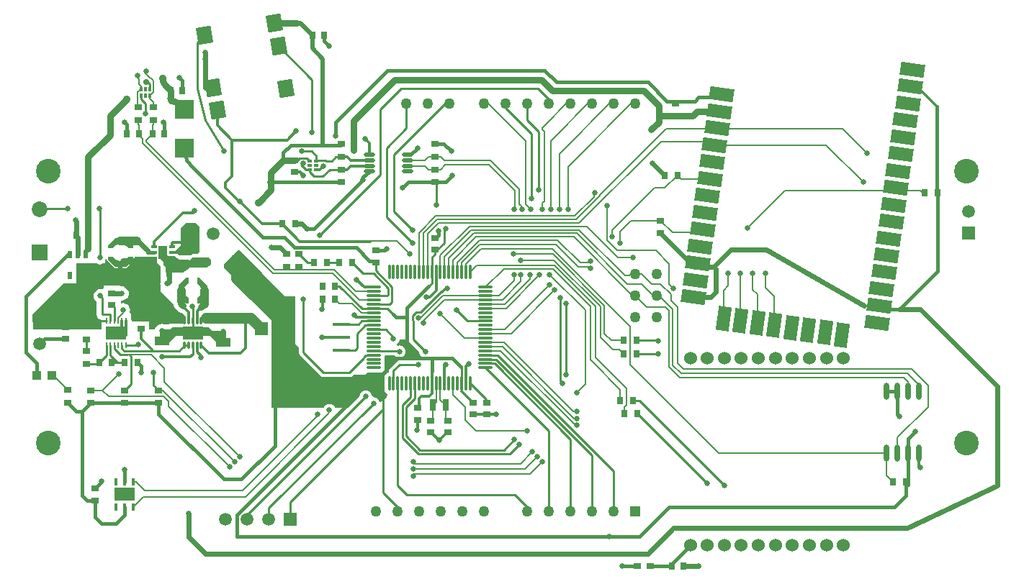
<source format=gtl>
%FSLAX44Y44*%
%MOMM*%
G71*
G01*
G75*
G04 Layer_Physical_Order=1*
G04 Layer_Color=255*
%ADD10C,0.7620*%
G04:AMPARAMS|DCode=11|XSize=2mm|YSize=1.75mm|CornerRadius=0mm|HoleSize=0mm|Usage=FLASHONLY|Rotation=279.640|XOffset=0mm|YOffset=0mm|HoleType=Round|Shape=Rectangle|*
%AMROTATEDRECTD11*
4,1,4,-1.0301,0.8394,0.6952,1.1324,1.0301,-0.8394,-0.6952,-1.1324,-1.0301,0.8394,0.0*
%
%ADD11ROTATEDRECTD11*%

%ADD12R,2.3000X2.3000*%
%ADD13R,0.8000X0.9000*%
%ADD14O,1.7500X0.3000*%
%ADD15R,0.7000X0.9000*%
%ADD16R,0.9000X0.7000*%
%ADD17R,0.9000X0.8000*%
%ADD18R,0.4900X0.3000*%
%ADD19R,0.5200X0.3000*%
%ADD20R,1.7000X1.1000*%
%ADD21C,0.4000*%
%ADD22R,1.0000X1.0000*%
%ADD23R,0.7000X1.4000*%
%ADD24R,0.5500X0.9500*%
%ADD25O,0.2800X0.8500*%
%ADD26R,2.4000X1.6500*%
%ADD27R,0.7000X0.3000*%
%ADD28R,1.0000X1.6000*%
%ADD29R,0.4500X0.8500*%
%ADD30R,2.4000X1.5000*%
%ADD31R,0.8500X0.7000*%
%ADD32O,0.7000X2.0000*%
%ADD33O,1.3500X0.4500*%
%ADD34R,2.0000X0.4000*%
G04:AMPARAMS|DCode=35|XSize=1.524mm|YSize=2.8448mm|CornerRadius=0mm|HoleSize=0mm|Usage=FLASHONLY|Rotation=82.000|XOffset=0mm|YOffset=0mm|HoleType=Round|Shape=Rectangle|*
%AMROTATEDRECTD35*
4,1,4,1.3025,-0.9525,-1.5146,-0.5566,-1.3025,0.9525,1.5146,0.5566,1.3025,-0.9525,0.0*
%
%ADD35ROTATEDRECTD35*%

G04:AMPARAMS|DCode=36|XSize=1.524mm|YSize=2.8448mm|CornerRadius=0mm|HoleSize=0mm|Usage=FLASHONLY|Rotation=352.000|XOffset=0mm|YOffset=0mm|HoleType=Round|Shape=Rectangle|*
%AMROTATEDRECTD36*
4,1,4,-0.9525,-1.3025,-0.5566,1.5146,0.9525,1.3025,0.5566,-1.5146,-0.9525,-1.3025,0.0*
%
%ADD36ROTATEDRECTD36*%

%ADD37O,0.3000X1.7500*%
%ADD38R,0.2500X0.7000*%
%ADD39R,2.3800X1.6500*%
%ADD40R,0.3000X0.4900*%
%ADD41R,0.3000X0.5200*%
%ADD42C,0.1905*%
%ADD43C,0.4064*%
%ADD44C,0.5080*%
%ADD45C,0.2540*%
%ADD46C,0.3048*%
%ADD47C,0.2032*%
%ADD48C,0.6096*%
%ADD49C,1.0160*%
%ADD50C,0.3556*%
%ADD51C,1.2700*%
%ADD52R,0.7000X0.2800*%
%ADD53R,1.5000X1.5000*%
%ADD54C,1.5000*%
%ADD55C,1.8500*%
%ADD56R,1.8500X1.8500*%
%ADD57R,1.5000X1.5000*%
%ADD58C,1.2700*%
%ADD59R,1.2700X1.2700*%
%ADD60C,1.5240*%
%ADD61C,2.9000*%
%ADD62C,0.6350*%
%ADD63C,0.9000*%
%ADD64C,0.7000*%
%ADD65C,0.5000*%
G36*
X-352997Y13369D02*
Y13370D01*
X-352996Y13372D01*
X-352997Y13369D01*
D02*
G37*
G36*
X-374997Y10915D02*
X-374996Y10912D01*
Y10912D01*
X-374998Y10915D01*
X-374998Y10915D01*
X-374999Y10915D01*
X-374997Y10915D01*
D02*
G37*
G36*
Y34575D02*
X-374996Y34572D01*
X-374996D01*
X-375000Y34576D01*
X-374997Y34575D01*
D02*
G37*
G36*
X-378200Y34576D02*
X-378200Y34576D01*
X-374996Y34572D01*
D01*
X-374999Y28236D01*
X-374996Y28232D01*
Y28232D01*
X-374997Y28229D01*
X-374999Y28229D01*
Y28229D01*
X-374998Y28229D01*
X-374999Y28229D01*
Y28236D01*
X-375036Y28296D01*
X-375037Y28295D01*
X-374999Y28229D01*
D01*
X-375042Y28303D01*
X-377129Y26701D01*
X-378732Y24613D01*
X-379739Y22181D01*
X-380083Y19572D01*
X-379739Y16962D01*
X-378732Y14531D01*
X-377129Y12443D01*
X-375042Y10841D01*
X-375021Y10873D01*
X-375021Y10873D01*
X-374998Y10915D01*
X-374996Y10912D01*
X-375000Y4568D01*
D01*
X-378202Y4569D01*
X-378203Y4569D01*
X-387004Y13372D01*
X-387003Y13369D01*
X-387005Y13372D01*
X-387005Y13372D01*
X-387004Y13372D01*
X-387003Y25774D01*
X-387004Y25772D01*
X-387003Y25775D01*
Y25774D01*
X-387003Y25775D01*
X-378200Y34576D01*
X-378203Y34575D01*
X-378200Y34576D01*
X-378200Y34576D01*
D02*
G37*
G36*
X-361800Y4568D02*
X-361800Y4568D01*
X-361797Y4569D01*
X-361800Y4568D01*
D02*
G37*
G36*
X-115769Y-40181D02*
X-114590Y-41946D01*
X-103762Y-52773D01*
X-103573Y-54214D01*
X-102843Y-55975D01*
X-101683Y-57487D01*
X-100171Y-58647D01*
X-99542Y-58908D01*
X-99471Y-59252D01*
X-99987Y-59924D01*
X-101385Y-61080D01*
X-102758Y-60511D01*
X-104648Y-60263D01*
X-106538Y-60511D01*
X-108299Y-61241D01*
X-109452Y-62126D01*
X-126572D01*
X-126738Y-59591D01*
X-125110Y-59377D01*
X-123349Y-58647D01*
X-121837Y-57487D01*
X-120677Y-55975D01*
X-119947Y-54214D01*
X-119699Y-52324D01*
X-119947Y-50434D01*
X-120677Y-48673D01*
X-121837Y-47161D01*
X-123349Y-46001D01*
X-125110Y-45271D01*
X-127000Y-45023D01*
X-128854Y-45267D01*
X-129826Y-42920D01*
X-128949Y-42247D01*
X-127789Y-40735D01*
X-127059Y-38974D01*
X-126987Y-38426D01*
X-116118D01*
X-115769Y-40181D01*
D02*
G37*
G36*
X-261824Y12373D02*
X-249588D01*
Y-42552D01*
X-249089Y-43068D01*
X-245215Y-47068D01*
Y-53340D01*
X-244801Y-55421D01*
X-243622Y-57186D01*
X-220254Y-80554D01*
X-218489Y-81733D01*
X-216408Y-82147D01*
X-185928D01*
X-183847Y-81733D01*
X-182083Y-80554D01*
X-180697Y-79169D01*
X-167431D01*
X-165227Y-76892D01*
X-164440Y-77049D01*
X-149940D01*
X-147769Y-76617D01*
X-145929Y-75388D01*
X-144699Y-73547D01*
X-144267Y-71376D01*
X-144699Y-69205D01*
X-144919Y-68876D01*
X-144699Y-68547D01*
X-144267Y-66376D01*
X-144699Y-64205D01*
X-144919Y-63876D01*
X-144699Y-63547D01*
X-144267Y-61376D01*
X-144699Y-59205D01*
X-144799Y-59055D01*
X-143602Y-56814D01*
X-132679D01*
X-132163Y-57487D01*
X-130651Y-58647D01*
X-128890Y-59377D01*
X-127167Y-59604D01*
X-127084Y-62142D01*
X-129081Y-62540D01*
X-130846Y-63719D01*
X-137786Y-70658D01*
X-138965Y-72423D01*
X-139379Y-74504D01*
Y-76790D01*
X-141111Y-77135D01*
X-142951Y-78365D01*
X-144181Y-80205D01*
X-144613Y-82376D01*
Y-96876D01*
X-144181Y-99047D01*
X-142951Y-100887D01*
X-141152Y-102090D01*
X-141136Y-102241D01*
X-141796Y-105559D01*
X-147011Y-110944D01*
X-150427Y-111394D01*
X-151157Y-109633D01*
X-152317Y-108121D01*
X-153829Y-106961D01*
X-155590Y-106231D01*
X-157480Y-105983D01*
X-159323Y-105156D01*
X-159323Y-105156D01*
Y-105156D01*
X-159323D01*
D01*
X-159571Y-103266D01*
X-160301Y-101505D01*
X-161461Y-99993D01*
X-162973Y-98833D01*
X-164734Y-98103D01*
X-166624Y-97855D01*
X-168514Y-98103D01*
X-170275Y-98833D01*
X-171787Y-99993D01*
X-172947Y-101505D01*
X-173677Y-103266D01*
X-173866Y-104707D01*
X-187523Y-118364D01*
X-202723D01*
X-202973Y-117761D01*
X-204133Y-116249D01*
X-205645Y-115089D01*
X-207406Y-114359D01*
X-209296Y-114111D01*
X-211186Y-114359D01*
X-212947Y-115089D01*
X-214459Y-116249D01*
X-215619Y-117761D01*
X-215869Y-118364D01*
X-277307D01*
Y-9545D01*
X-301779Y15726D01*
X-332994Y45638D01*
Y50279D01*
X-317034Y66761D01*
X-314494D01*
X-261824Y12373D01*
D02*
G37*
G36*
X-374997Y4569D02*
X-375000Y4568D01*
Y4568D01*
X-374996Y4572D01*
X-374997Y4569D01*
D02*
G37*
G36*
X-378202D02*
X-378200Y4568D01*
X-378203Y4569D01*
X-378202D01*
D02*
G37*
G36*
X-365000Y34576D02*
D01*
X-361798Y34575D01*
X-361800Y34576D01*
X-361797Y34575D01*
X-361798D01*
X-361797Y34575D01*
X-352996Y25772D01*
X-352997Y25775D01*
X-352996Y25772D01*
X-352996D01*
X-352996Y25772D01*
Y25772D01*
X-352996Y25772D01*
X-352997Y13370D01*
X-352997Y13369D01*
X-361800Y4568D01*
X-361800Y4568D01*
X-365004Y4572D01*
X-365000Y4568D01*
X-365000D01*
X-365003Y4569D01*
X-365004Y4572D01*
X-365004D01*
D01*
X-365002Y10907D01*
X-365004Y10912D01*
X-365003Y10915D01*
X-365002Y10915D01*
Y10914D01*
X-365002Y10915D01*
X-365002Y10914D01*
Y10907D01*
X-364980Y10873D01*
X-364979Y10873D01*
X-365002Y10914D01*
Y10914D01*
X-364958Y10841D01*
X-362871Y12443D01*
X-361268Y14531D01*
X-360261Y16962D01*
X-359918Y19572D01*
X-360261Y22181D01*
X-361268Y24613D01*
X-362871Y26701D01*
X-364958Y28303D01*
X-364990Y28253D01*
X-364990Y28253D01*
X-365002Y28229D01*
X-365002Y28229D01*
X-365003Y28229D01*
X-365004Y28232D01*
X-365002Y28229D01*
X-365002Y28229D01*
X-365004Y28232D01*
X-365000Y34576D01*
X-365004Y34572D01*
X-365003Y34575D01*
X-365000Y34576D01*
Y34576D01*
D02*
G37*
G36*
X-461200Y81576D02*
X-461200D01*
Y81576D01*
X-461200Y81576D01*
D02*
G37*
G36*
X-362204Y94488D02*
Y65278D01*
X-364490Y62992D01*
X-370078D01*
X-372364Y60706D01*
X-385826D01*
X-388112Y62992D01*
X-397256D01*
X-397438Y65362D01*
X-396576Y66294D01*
X-391160D01*
X-384302Y73152D01*
Y73914D01*
Y93218D01*
X-384048Y93472D01*
X-378206Y99314D01*
X-367030D01*
X-362204Y94488D01*
D02*
G37*
G36*
X-461200Y81576D02*
X-448798Y81575D01*
X-448800Y81576D01*
X-448797Y81575D01*
X-448798D01*
X-448797Y81575D01*
X-439996Y72772D01*
X-439997Y72775D01*
X-439996Y72772D01*
X-439996Y72772D01*
X-439996Y72772D01*
X-440000Y69568D01*
X-439996Y69572D01*
Y69572D01*
X-439997Y69569D01*
X-440000Y69568D01*
Y69568D01*
D01*
X-446336Y69570D01*
X-446340Y69568D01*
X-446343Y69569D01*
X-446343Y69570D01*
X-446342D01*
X-446269Y69614D01*
X-447871Y71701D01*
X-449959Y73304D01*
X-452391Y74311D01*
X-455000Y74654D01*
X-457610Y74311D01*
X-460041Y73304D01*
X-462129Y71701D01*
X-463731Y69614D01*
X-463681Y69582D01*
X-463681Y69582D01*
X-463657Y69570D01*
X-463657Y69570D01*
X-463657Y69569D01*
X-463660Y69568D01*
X-463657Y69570D01*
X-463657Y69570D01*
X-463660Y69568D01*
X-470004Y69572D01*
X-470000Y69568D01*
X-470003Y69569D01*
X-470004Y69572D01*
X-470004D01*
D01*
X-470003Y72774D01*
X-470004Y72772D01*
X-470003Y72775D01*
Y72774D01*
X-470003Y72775D01*
X-461200Y81576D01*
X-461203Y81575D01*
X-461200Y81576D01*
X-461200Y81576D01*
D02*
G37*
G36*
X-446343Y59574D02*
X-446343Y59574D01*
X-446340Y59576D01*
X-439996Y59572D01*
D01*
X-439997Y56370D01*
X-439996Y56372D01*
X-439997Y56369D01*
Y56370D01*
X-439997Y56369D01*
X-448800Y47568D01*
X-448797Y47569D01*
X-448800Y47568D01*
X-448800Y47568D01*
X-448800Y47568D01*
X-461202Y47569D01*
X-461200Y47568D01*
X-461203Y47569D01*
X-461202D01*
X-461203Y47569D01*
X-470004Y56371D01*
X-470003Y56369D01*
X-470004Y56372D01*
X-470004Y56371D01*
X-470004Y56372D01*
X-470000Y59576D01*
X-470004Y59572D01*
X-470003Y59575D01*
X-470000Y59576D01*
Y59576D01*
D01*
X-463664Y59573D01*
X-463660Y59576D01*
X-463660D01*
X-463657Y59575D01*
X-463657Y59573D01*
X-463658D01*
X-463731Y59530D01*
X-462129Y57443D01*
X-460041Y55840D01*
X-457610Y54833D01*
X-455000Y54489D01*
X-452391Y54833D01*
X-449959Y55840D01*
X-447871Y57443D01*
X-446269Y59530D01*
X-446301Y59551D01*
X-446301Y59551D01*
X-446343Y59574D01*
X-446343Y59573D01*
X-446343Y59575D01*
X-446340Y59576D01*
X-446340D01*
X-446343Y59574D01*
D02*
G37*
G36*
X-398526Y60233D02*
X-391414D01*
X-386080Y55936D01*
X-374650D01*
X-374142Y55527D01*
X-370840Y58187D01*
X-351028D01*
X-350012Y57369D01*
X-348234Y55936D01*
Y50412D01*
X-353314Y46320D01*
X-373888D01*
X-376428Y44274D01*
X-381254Y40386D01*
X-402082D01*
Y47547D01*
X-404622Y49593D01*
Y50821D01*
Y53686D01*
X-409168Y57347D01*
Y58618D01*
X-408940Y58801D01*
X-405892D01*
X-401320Y62484D01*
X-398526Y60233D01*
D02*
G37*
G36*
X-412242Y52578D02*
X-408178Y48514D01*
Y44196D01*
Y29192D01*
X-408376Y27686D01*
X-408178Y26180D01*
Y18288D01*
X-392717Y2827D01*
X-392631Y2173D01*
X-391735Y11D01*
X-390311Y-1847D01*
X-387594Y-4563D01*
X-385737Y-5987D01*
X-383636Y-6858D01*
X-382778D01*
X-378714Y-10922D01*
X-381000Y-13208D01*
Y-19812D01*
X-396494D01*
X-397097Y-19209D01*
X-397613Y-19422D01*
X-398882Y-20396D01*
X-403042D01*
X-404245Y-19898D01*
X-406400Y-19614D01*
X-408555Y-19898D01*
X-410563Y-20729D01*
X-412288Y-22053D01*
X-413611Y-23777D01*
X-414443Y-25785D01*
X-414526Y-26416D01*
X-421204D01*
Y-17708D01*
X-421640Y-17272D01*
Y-16700D01*
X-440364D01*
Y-16700D01*
X-441817D01*
X-442089Y-16428D01*
X-442316Y-14704D01*
X-442420Y-14453D01*
Y-7848D01*
X-442677D01*
X-444088Y-5736D01*
X-444077Y-5711D01*
X-443794Y-3556D01*
X-444077Y-1401D01*
X-444909Y607D01*
X-446232Y2332D01*
X-447957Y3655D01*
X-449965Y4487D01*
X-452120Y4770D01*
X-453510Y4587D01*
X-453977Y4996D01*
Y7536D01*
X-453510Y7946D01*
X-453390Y7930D01*
X-451235Y8213D01*
X-449227Y9045D01*
X-447503Y10368D01*
X-446179Y12093D01*
X-445348Y14101D01*
X-445064Y16256D01*
X-445348Y18411D01*
X-446179Y20419D01*
X-447503Y22143D01*
X-449227Y23467D01*
X-451235Y24299D01*
X-453390Y24582D01*
X-453752Y24534D01*
X-455420Y24754D01*
Y25652D01*
X-474580D01*
Y22947D01*
X-476490Y21273D01*
X-478536Y21542D01*
X-480691Y21258D01*
X-482699Y20427D01*
X-484424Y19103D01*
X-485747Y17379D01*
X-486579Y15371D01*
X-486862Y13216D01*
X-486579Y11061D01*
X-485747Y9053D01*
X-484424Y7329D01*
X-483224Y6408D01*
Y-8678D01*
X-482732Y-11156D01*
X-481328Y-13256D01*
X-479228Y-14660D01*
X-476980Y-15107D01*
Y-17098D01*
X-476980D01*
Y-26416D01*
X-557276D01*
X-558546Y-8890D01*
X-521914Y27742D01*
X-506670D01*
Y47402D01*
X-506730D01*
Y51308D01*
X-483086D01*
X-481453Y50631D01*
X-479298Y50348D01*
X-477143Y50631D01*
X-475510Y51308D01*
X-472948D01*
Y56179D01*
X-471892Y56884D01*
X-471653Y56785D01*
X-471653Y56374D01*
X-471653Y56373D01*
X-471654Y56372D01*
X-471561Y56147D01*
X-471586Y55907D01*
X-471586Y55906D01*
X-471580Y55898D01*
X-471581Y55889D01*
X-471580Y55886D01*
X-471531Y55826D01*
X-471531Y55748D01*
X-471530Y55745D01*
X-471297Y55509D01*
X-471172Y55207D01*
X-471171Y55207D01*
X-471171Y55205D01*
X-471170Y55205D01*
X-462370Y46403D01*
X-462369Y46403D01*
X-462135Y46306D01*
X-461975Y46111D01*
X-461974Y46111D01*
X-461973Y46111D01*
X-461973Y46110D01*
X-461970Y46109D01*
X-461887Y46101D01*
X-461827Y46042D01*
X-461824Y46041D01*
X-461500Y46042D01*
X-461203Y45919D01*
X-461203D01*
X-448802Y45919D01*
X-448800Y45918D01*
X-448766Y45932D01*
X-448731Y45919D01*
X-448466Y46042D01*
X-448176Y46041D01*
X-448173Y46042D01*
X-448119Y46096D01*
X-448042Y46102D01*
X-448039Y46104D01*
X-447872Y46302D01*
X-447634Y46401D01*
Y46401D01*
D01*
X-447634Y46401D01*
D01*
D01*
X-447633Y46402D01*
Y46402D01*
X-438831Y55202D01*
X-438831Y55203D01*
X-438734Y55437D01*
X-438540Y55598D01*
X-438539Y55598D01*
X-438539Y55599D01*
X-438539Y55599D01*
X-438537Y55602D01*
X-438530Y55685D01*
X-438470Y55745D01*
X-438469Y55748D01*
X-438470Y56072D01*
X-438348Y56369D01*
Y56369D01*
X-438347Y59436D01*
X-412242D01*
Y52578D01*
D02*
G37*
G36*
X-439997Y59575D02*
X-439996Y59572D01*
X-439996D01*
X-440000Y59576D01*
X-439997Y59575D01*
D02*
G37*
%LPC*%
G36*
X-463657Y59574D02*
X-463658Y59573D01*
X-463664D01*
X-463724Y59536D01*
X-463723Y59535D01*
X-463658Y59573D01*
D01*
X-463657Y59574D01*
D02*
G37*
G36*
X-446301Y69593D02*
X-446342Y69570D01*
X-446342D01*
X-446343Y69570D01*
X-446342Y69570D01*
X-446336D01*
X-446301Y69592D01*
X-446301Y69593D01*
D02*
G37*
%LPD*%
D10*
X-405356Y269268D02*
G03*
X-401764Y260596I12264J0D01*
G01*
X-396276Y245581D02*
G03*
X-395000Y242500I4357J0D01*
G01*
X-386465Y238964D02*
G03*
X-395000Y242500I-8536J-8536D01*
G01*
X-320136Y57500D02*
X-312500D01*
X-321056Y58420D02*
X-320136Y57500D01*
X-180848Y219152D02*
X-132500Y267500D01*
X-180848Y184658D02*
Y219152D01*
X-273934Y334480D02*
X-247500D01*
X-396276Y245581D02*
Y255108D01*
X-401764Y260596D02*
X-396276Y255108D01*
X-386464Y238964D02*
X-380000Y232500D01*
X-467500Y225412D02*
X-448028Y244884D01*
X-467500Y202500D02*
Y225412D01*
X-493000Y177000D02*
X-467500Y202500D01*
X-493000Y84572D02*
Y177000D01*
X-132500Y267500D02*
X40000D01*
X160000Y255000D02*
X177740Y237260D01*
X52500Y255000D02*
X160000D01*
X223017Y230517D02*
X249079D01*
X218000Y225500D02*
X223017Y230517D01*
X197500Y225500D02*
X218000D01*
X177740Y225000D02*
Y237260D01*
Y217872D02*
Y225000D01*
X178240Y225500D01*
X197500D01*
X168656Y208788D02*
X177740Y217872D01*
X40000Y267500D02*
X52500Y255000D01*
X-360172Y-165D02*
X-356538Y3469D01*
X-493000Y68794D02*
Y84572D01*
X-278130Y147072D02*
Y158496D01*
Y137922D02*
Y147072D01*
X-292862Y123190D02*
X-278130Y137922D01*
X-383970Y4494D02*
X-381254Y1778D01*
X-263510Y173116D02*
X-249936D01*
X-278130Y158496D02*
X-263510Y173116D01*
X-264200Y-25428D02*
Y-23836D01*
X-321056Y33020D02*
X-264200Y-23836D01*
X-321056Y33020D02*
Y58420D01*
X-451792Y54572D02*
X-419000D01*
D11*
X-345622Y257894D02*
D03*
X-341268Y232261D02*
D03*
X-356255Y320497D02*
D03*
X-260873Y257581D02*
D03*
X-269329Y307368D02*
D03*
X-273934Y334480D02*
D03*
D12*
X-380000Y187500D02*
D03*
Y232500D02*
D03*
D13*
X-433404Y204012D02*
D03*
X-417404Y204012D02*
D03*
X-203000Y9572D02*
D03*
X-217000D02*
D03*
X-203000Y25000D02*
D03*
X-217000D02*
D03*
X-215500Y320000D02*
D03*
X-229500D02*
D03*
X-382276Y255108D02*
D03*
X-396276D02*
D03*
X-507000Y84572D02*
D03*
X-493000D02*
D03*
X-398000Y39572D02*
D03*
X-412000D02*
D03*
X-447404Y204012D02*
D03*
X-403404Y204012D02*
D03*
X207000Y-305000D02*
D03*
X193000D02*
D03*
D14*
X-157190Y8624D02*
D03*
Y18624D02*
D03*
Y-71376D02*
D03*
Y-61376D02*
D03*
Y-66376D02*
D03*
Y-46376D02*
D03*
Y-51376D02*
D03*
Y-56376D02*
D03*
Y-26376D02*
D03*
Y-16376D02*
D03*
Y-21376D02*
D03*
Y-41376D02*
D03*
Y-31376D02*
D03*
Y-36376D02*
D03*
Y3624D02*
D03*
Y13624D02*
D03*
Y-11376D02*
D03*
Y-1376D02*
D03*
Y-6376D02*
D03*
Y23624D02*
D03*
X-25690Y-56376D02*
D03*
Y-46376D02*
D03*
Y-51376D02*
D03*
Y-71376D02*
D03*
Y-61376D02*
D03*
Y-66376D02*
D03*
Y-36376D02*
D03*
Y-41376D02*
D03*
Y-31376D02*
D03*
Y-11376D02*
D03*
Y-1376D02*
D03*
Y-6376D02*
D03*
Y-26376D02*
D03*
Y-16376D02*
D03*
Y-21376D02*
D03*
Y8624D02*
D03*
Y13624D02*
D03*
Y3624D02*
D03*
Y23624D02*
D03*
Y18624D02*
D03*
D15*
X-249548Y98044D02*
D03*
X-264548D02*
D03*
X-227500Y52500D02*
D03*
X-212500D02*
D03*
X-182500D02*
D03*
X-197500D02*
D03*
X152788Y-125476D02*
D03*
X137788D02*
D03*
X147708Y-110236D02*
D03*
X132708D02*
D03*
X136772Y-55372D02*
D03*
X151772D02*
D03*
X136772Y-39116D02*
D03*
X151772D02*
D03*
X453628Y-205740D02*
D03*
X468628D02*
D03*
X505340Y134620D02*
D03*
X490340D02*
D03*
X-465000Y-65428D02*
D03*
X-480000D02*
D03*
X185000Y155000D02*
D03*
X200000D02*
D03*
X-435000Y-65428D02*
D03*
X-450000D02*
D03*
D16*
X-260000Y62500D02*
D03*
Y47500D02*
D03*
X-85000Y162072D02*
D03*
Y147072D02*
D03*
X-85000Y177072D02*
D03*
Y192072D02*
D03*
X-195000Y177072D02*
D03*
Y192072D02*
D03*
X-195000Y162072D02*
D03*
Y147072D02*
D03*
X-416532Y220112D02*
D03*
Y235112D02*
D03*
X-430784Y-25280D02*
D03*
Y-10280D02*
D03*
X-517144Y-112656D02*
D03*
Y-97656D02*
D03*
X-410000Y-97928D02*
D03*
Y-112928D02*
D03*
X-450000Y-97928D02*
D03*
Y-112928D02*
D03*
X-490000Y-97928D02*
D03*
Y-112928D02*
D03*
X-495300Y-66428D02*
D03*
Y-51428D02*
D03*
X-433804Y220112D02*
D03*
Y235112D02*
D03*
X180000Y102072D02*
D03*
Y87072D02*
D03*
X-495000Y-37928D02*
D03*
Y-22928D02*
D03*
X-245000Y62500D02*
D03*
Y47500D02*
D03*
D17*
X-155000Y52572D02*
D03*
Y66572D02*
D03*
X-85000Y81572D02*
D03*
Y67572D02*
D03*
X-105664Y-132476D02*
D03*
Y-118476D02*
D03*
X-24384Y-112380D02*
D03*
Y-126380D02*
D03*
X-40640Y-126380D02*
D03*
Y-112380D02*
D03*
X-249936Y159116D02*
D03*
Y173116D02*
D03*
X-520000Y-37428D02*
D03*
Y-23428D02*
D03*
X-485000Y-213428D02*
D03*
Y-227428D02*
D03*
X-90000Y-147428D02*
D03*
Y-133428D02*
D03*
X197500Y239500D02*
D03*
Y225500D02*
D03*
X-70000Y-147428D02*
D03*
Y-133428D02*
D03*
X-465000Y16572D02*
D03*
Y2572D02*
D03*
X-378206Y50404D02*
D03*
Y64404D02*
D03*
D18*
X-224750Y172132D02*
D03*
Y167132D02*
D03*
Y162132D02*
D03*
X-232450D02*
D03*
Y167132D02*
D03*
D19*
Y172132D02*
D03*
D20*
X-406400Y-39408D02*
D03*
Y-12408D02*
D03*
X-334264Y-41440D02*
D03*
Y-14440D02*
D03*
D21*
X-356538Y19572D02*
D03*
X-383208D02*
D03*
X-455000Y51364D02*
D03*
Y78034D02*
D03*
D22*
X-553076Y-80772D02*
D03*
X-536076D02*
D03*
D23*
X-87500Y-115428D02*
D03*
X-72500D02*
D03*
D24*
X-514500Y37572D02*
D03*
X-495500D02*
D03*
X-514500Y61572D02*
D03*
X-505000D02*
D03*
X-495500D02*
D03*
D25*
X-380000Y-45178D02*
D03*
X-375000Y-15678D02*
D03*
X-380000D02*
D03*
X-370000Y-45178D02*
D03*
X-360000D02*
D03*
X-365000D02*
D03*
X-375000D02*
D03*
X-370000Y-15678D02*
D03*
X-365000D02*
D03*
X-360000D02*
D03*
D26*
X-370000Y-30428D02*
D03*
D27*
X-415500Y58072D02*
D03*
Y64572D02*
D03*
Y71072D02*
D03*
X-394500Y58072D02*
D03*
Y64572D02*
D03*
Y71072D02*
D03*
D28*
X-405000Y64572D02*
D03*
D29*
X-460000Y-234928D02*
D03*
Y-205928D02*
D03*
X-450000Y-234928D02*
D03*
X-440000D02*
D03*
X-450000Y-205928D02*
D03*
X-440000D02*
D03*
D30*
X-450000Y-220428D02*
D03*
D31*
X152250Y-305000D02*
D03*
X167750D02*
D03*
D32*
X471350Y-171678D02*
D03*
X445950D02*
D03*
X458650D02*
D03*
X484050D02*
D03*
X445950Y-99178D02*
D03*
X458650D02*
D03*
X471350D02*
D03*
X484050D02*
D03*
D33*
X-162250Y159822D02*
D03*
Y172822D02*
D03*
Y166322D02*
D03*
Y179322D02*
D03*
X-117750Y159822D02*
D03*
Y166322D02*
D03*
Y179322D02*
D03*
Y172822D02*
D03*
D34*
X-195000Y-35428D02*
D03*
Y-50428D02*
D03*
Y-20428D02*
D03*
D35*
X218360Y11939D02*
D03*
X221153Y31810D02*
D03*
X223946Y51681D02*
D03*
X226738Y71551D02*
D03*
X229531Y91422D02*
D03*
X232323Y111293D02*
D03*
X235116Y131164D02*
D03*
X237909Y151034D02*
D03*
X240701Y170905D02*
D03*
X243494Y190776D02*
D03*
X246287Y210646D02*
D03*
X249079Y230517D02*
D03*
X251872Y250388D02*
D03*
X434423Y-18427D02*
D03*
X437215Y1444D02*
D03*
X440008Y21315D02*
D03*
X442801Y41186D02*
D03*
X445593Y61056D02*
D03*
X448386Y80927D02*
D03*
X451179Y100798D02*
D03*
X453971Y120669D02*
D03*
X456764Y140539D02*
D03*
X459557Y160410D02*
D03*
X462349Y180281D02*
D03*
X465142Y200152D02*
D03*
X467935Y220022D02*
D03*
X470727Y239893D02*
D03*
X473520Y259764D02*
D03*
X476313Y279634D02*
D03*
D36*
X273958Y-15881D02*
D03*
X313699Y-21467D02*
D03*
X293828Y-18674D02*
D03*
X254087Y-13089D02*
D03*
X393182Y-32637D02*
D03*
X333570Y-24259D02*
D03*
X373311Y-29844D02*
D03*
X353440Y-27052D02*
D03*
D37*
X-138940Y-89626D02*
D03*
X-133940D02*
D03*
X-118940D02*
D03*
X-128940D02*
D03*
X-123940D02*
D03*
X-103940D02*
D03*
X-113940D02*
D03*
X-108940D02*
D03*
X-133940Y41874D02*
D03*
X-128940D02*
D03*
X-123940D02*
D03*
X-138940D02*
D03*
X-108940D02*
D03*
X-103940D02*
D03*
X-118940D02*
D03*
X-113940D02*
D03*
X-58940Y-89626D02*
D03*
X-68940D02*
D03*
X-63940D02*
D03*
X-43940D02*
D03*
X-53940D02*
D03*
X-48940D02*
D03*
X-88940D02*
D03*
X-98940D02*
D03*
X-93940D02*
D03*
X-73940D02*
D03*
X-83940D02*
D03*
X-78940D02*
D03*
X-98940Y41874D02*
D03*
X-93940D02*
D03*
X-88940D02*
D03*
X-83940D02*
D03*
X-68940D02*
D03*
X-78940D02*
D03*
X-73940D02*
D03*
X-53940D02*
D03*
X-63940D02*
D03*
X-58940D02*
D03*
X-48940D02*
D03*
X-43940D02*
D03*
D38*
X-471250Y-44428D02*
D03*
X-466750D02*
D03*
X-471250Y-16428D02*
D03*
X-466750D02*
D03*
X-462250Y-44428D02*
D03*
X-457750D02*
D03*
X-453250D02*
D03*
X-448750D02*
D03*
X-462250Y-16428D02*
D03*
X-457750D02*
D03*
X-453250D02*
D03*
X-448750D02*
D03*
D39*
X-460000Y-30428D02*
D03*
D40*
X-430676Y249162D02*
D03*
Y256862D02*
D03*
X-420676Y249162D02*
D03*
X-425676D02*
D03*
Y256862D02*
D03*
D41*
X-420676D02*
D03*
D42*
X-427500Y277500D02*
X-426247Y276250D01*
X-422920Y272932D01*
X-245000Y43810D02*
X-203810D01*
X-273810D02*
X-245000D01*
X-203810D02*
X-178624Y18624D01*
X-205388Y40000D02*
X-174012Y8624D01*
X-157190D01*
X-435000Y272500D02*
X-433476Y267475D01*
Y262524D02*
Y267475D01*
Y262524D02*
X-430676Y259724D01*
Y256862D02*
Y259724D01*
X-433404Y202588D02*
X-428810Y197994D01*
X-433404Y202588D02*
Y204012D01*
X-433804Y214895D02*
X-433404Y214494D01*
X-433804Y214895D02*
Y220112D01*
X-433404Y204012D02*
Y214494D01*
X-416532Y214895D02*
Y220112D01*
X-417404Y214023D02*
X-416532Y214895D01*
X-417404Y204012D02*
Y214023D01*
X-178624Y18624D02*
X-157190D01*
X-428810Y193422D02*
Y197994D01*
Y193422D02*
X-275388Y40000D01*
X-425000Y196416D02*
X-417404Y204012D01*
X-425000Y195000D02*
Y196416D01*
X-275388Y40000D02*
X-205388D01*
X-425000Y195000D02*
X-273810Y43810D01*
X-422920Y272932D02*
X-416699Y266712D01*
Y253138D02*
Y266712D01*
X-420676Y249162D02*
X-416699Y253138D01*
X-432942Y254596D02*
X-430676Y256862D01*
X-433412Y254596D02*
X-432942D01*
X-435160Y252848D02*
X-433412Y254596D01*
X-435160Y245476D02*
Y252848D01*
X-435034Y242402D02*
Y245349D01*
Y242402D02*
X-434652Y242020D01*
Y237760D02*
Y242020D01*
X-435160Y245476D02*
X-435034Y245349D01*
X-434652Y237760D02*
X-433404Y236512D01*
X-416404D02*
Y241676D01*
X-416612D02*
X-416404D01*
X-420676Y245740D02*
X-416612Y241676D01*
X-420676Y245740D02*
Y249162D01*
D43*
X-215500Y313000D02*
X-210000Y307500D01*
X-215500Y313000D02*
Y320000D01*
X-141108Y278892D02*
X43608D01*
X-202184Y201676D02*
Y217816D01*
X-141108Y278892D01*
X-217500Y190822D02*
X-196250D01*
X-254694D02*
X-217500D01*
X-380000Y187500D02*
X-377500Y172500D01*
X-370000Y164572D01*
X-177500Y70000D02*
X-162072Y54572D01*
X-250000Y70000D02*
X-177500D01*
X-157000Y54572D02*
X-155000Y52572D01*
X-162072Y54572D02*
X-157000D01*
X-262500Y82500D02*
X-250000Y70000D01*
X-287500Y82500D02*
X-262500D01*
X-300000Y95000D02*
X-287500Y82500D01*
X-404340Y217452D02*
X-403404Y216516D01*
X187500Y242500D02*
X220000D01*
X225000Y247500D01*
X237500D01*
X245000Y255000D01*
X165000Y265000D02*
X187500Y242500D01*
X57500Y265000D02*
X165000D01*
X43608Y278892D02*
X57500Y265000D01*
X120000Y-270000D02*
X155000D01*
X-318008D02*
X120000D01*
X135000Y-305000D02*
X152250D01*
X167750D02*
X167750Y-305000D01*
X193000D01*
Y-302000D01*
X215000Y-280000D01*
X190000Y-235000D02*
X455000D01*
X155000Y-270000D02*
X190000Y-235000D01*
X455000D02*
X468628Y-221372D01*
Y-205740D01*
X-318008Y-270000D02*
Y-244348D01*
X471350Y-208726D02*
Y-171678D01*
Y-154878D02*
X479416Y-146812D01*
X-318008Y-244348D02*
X-181864Y-108204D01*
X-273304Y-163068D02*
Y-35052D01*
X-312928Y-202692D02*
X-273304Y-163068D01*
X-495500Y61572D02*
Y66294D01*
X-465540Y34572D02*
X-461500D01*
X-467417Y36449D02*
X-465540Y34572D01*
X-475939Y36449D02*
X-467417D01*
X-477816Y34572D02*
X-475939Y36449D01*
X-492500Y34572D02*
X-477816D01*
X-278130Y147072D02*
X-195000D01*
X-280924D02*
X-278130D01*
X-411236Y-11928D02*
X-381000D01*
X-263510Y173116D02*
Y182006D01*
X-254694Y190822D01*
X-370000Y164572D02*
X-300000Y95000D01*
X-144248Y66572D02*
X-142240Y68580D01*
X-155000Y66572D02*
X-144248D01*
X-81407Y89916D02*
X-81280Y90043D01*
X-81407Y85165D02*
Y89916D01*
X-85000Y81572D02*
X-81407Y85165D01*
X-386052Y270284D02*
X-382276Y266508D01*
Y255108D02*
Y266508D01*
X-403404Y204012D02*
Y216516D01*
X-450060Y217452D02*
X-447404Y214796D01*
Y204012D02*
Y214796D01*
X-507000Y84572D02*
X-505000Y82572D01*
X-113794Y179322D02*
X-105664Y187452D01*
X-117750Y179322D02*
X-113794D01*
X-460248Y-254508D02*
X-450000Y-244260D01*
X-477520Y-254508D02*
X-460248D01*
X-485000Y-247028D02*
X-477520Y-254508D01*
X-450000Y-244260D02*
Y-234928D01*
X-410000Y-125940D02*
X-333248Y-202692D01*
X-485000Y-247028D02*
Y-227428D01*
X-494440D02*
X-485000D01*
X-499872Y-221996D02*
X-494440Y-227428D01*
X434423Y-2104D02*
X460684D01*
X505340Y42552D01*
Y134620D01*
X504952Y135008D02*
X505340Y134620D01*
X504952Y135008D02*
Y236220D01*
X-477520Y-205948D02*
Y-204724D01*
X-485000Y-213428D02*
X-477520Y-205948D01*
X-450088Y-191516D02*
X-450000Y-191604D01*
Y-205928D02*
Y-191604D01*
X-430784Y-76708D02*
Y-69644D01*
X-435000Y-65428D02*
X-430784Y-69644D01*
X-414000Y37572D02*
X-412000Y39572D01*
X-117856Y-60452D02*
Y-11684D01*
Y-508D01*
X-92456Y24892D01*
X-422712Y64572D02*
X-415500D01*
X-419000Y46572D02*
X-412000Y39572D01*
X-419000Y46572D02*
Y54572D01*
X-333248Y-202692D02*
X-312928D01*
X-235712Y91948D02*
X-227584D01*
X-169672Y149860D01*
Y152908D02*
X-165608Y156972D01*
X-169672Y149860D02*
Y152908D01*
X-122936Y140716D02*
X-116580Y147072D01*
X-85000D01*
X-72892D01*
X-65024Y154940D01*
X-74724Y192072D02*
X-66040Y183388D01*
X-85000Y192072D02*
X-74724D01*
X471350Y-171678D02*
Y-154878D01*
X458650Y-126046D02*
X461128Y-128524D01*
X458650Y-126046D02*
Y-99178D01*
X445950D02*
X458650D01*
X-517040Y61572D02*
X-514500D01*
X-565912Y12700D02*
X-517040Y61572D01*
X-565912Y-53340D02*
Y12700D01*
X-544300Y-37428D02*
X-520000D01*
X-550000Y-43128D02*
X-544300Y-37428D01*
X-544300Y-23428D02*
X-520000D01*
X-550000Y-17728D02*
X-544300Y-23428D01*
X-565912Y-53340D02*
X-553076Y-66176D01*
Y-80772D02*
Y-66176D01*
X-517144Y-112656D02*
X-507000Y-122800D01*
X-499872D01*
Y-221996D02*
Y-122800D01*
X-490000Y-112928D01*
X-450000D02*
X-410000D01*
X-490000D02*
X-450000D01*
X-410000Y-125940D02*
Y-112928D01*
X-229616Y-86868D02*
X-164592D01*
X-128905Y-60325D02*
X-65151D01*
X-155448Y-86868D02*
X-128905Y-60325D01*
X-65151D02*
X-54864Y-70612D01*
X-88940Y-75144D02*
Y-60920D01*
X-164592Y-86868D02*
X-155448D01*
X-396276Y255108D02*
Y258156D01*
X-455000Y51364D02*
X-451792Y54572D01*
X-520000Y-23428D02*
X-498000D01*
X-550000Y-17728D02*
Y-16928D01*
X-134112Y-8636D02*
X-131064Y-11684D01*
X-117856D01*
D44*
X-247500Y334480D02*
X-243980D01*
X-229500Y320000D01*
Y304500D02*
Y320000D01*
Y304500D02*
X-217500Y292500D01*
Y190822D02*
Y292500D01*
X170836Y169164D02*
X185000Y155000D01*
X-455000Y42078D02*
Y51364D01*
X170688Y169164D02*
X170836D01*
D45*
X-229870Y205740D02*
Y267909D01*
X-269329Y307368D02*
X-229870Y267909D01*
X-197500Y25000D02*
X-171124Y-1376D01*
X-203000Y25000D02*
X-197500D01*
X-355000Y220000D02*
X-333502Y183642D01*
X-365000Y257500D02*
X-355000Y220000D01*
X-365000Y257500D02*
Y311752D01*
X-356255Y320497D01*
X-479806Y116078D02*
X-479298Y115570D01*
X-220308Y85000D02*
X-149352Y155956D01*
X-245000Y62500D02*
X-235000Y52500D01*
X-227500D01*
X-212500D02*
X-197500D01*
X-182500D02*
X-170000Y40000D01*
X-157500D01*
X-155000Y43247D02*
X-135936Y24183D01*
X-155000Y43247D02*
Y52572D01*
X-157500Y40000D02*
X-140000Y22500D01*
Y15000D02*
Y22500D01*
X-135936Y5884D02*
Y24183D01*
X-141376Y13624D02*
X-140000Y15000D01*
X-138196Y3624D02*
X-135936Y5884D01*
X-157190Y13624D02*
X-141376D01*
X-427499Y265000D02*
X-424999D01*
X-427499D02*
Y265413D01*
X-425676Y267236D01*
X-420676Y262236D01*
Y256862D02*
Y262236D01*
X35997Y257500D02*
X48895Y244602D01*
X-125167Y257500D02*
X35997D01*
X-149352Y233315D02*
X-125167Y257500D01*
X177128Y-55372D02*
X177500Y-55000D01*
X151772Y-55372D02*
X177128D01*
X176616Y-39116D02*
X177500Y-40000D01*
X151772Y-39116D02*
X176616D01*
X152788Y-125476D02*
X235000Y-207688D01*
X155236Y-110236D02*
X255000Y-210000D01*
X235000Y-280240D02*
Y-280000D01*
X147708Y-110236D02*
X155236D01*
X255000Y-281230D02*
Y-280000D01*
X-280400Y-250000D02*
Y-236204D01*
X-478536Y13216D02*
X-476750Y11430D01*
X-550000Y114972D02*
X-548894Y116078D01*
X-516636D01*
X-479298Y58674D02*
Y115570D01*
X-476750Y-8678D02*
Y11430D01*
X-242316Y167640D02*
X-236808Y162132D01*
X-232450D01*
X-242316Y167640D02*
X-240538Y169418D01*
X-235705Y175387D02*
X-232450Y172132D01*
X-244788Y175387D02*
X-235705D01*
X-247059Y173116D02*
X-244788Y175387D01*
X-249936Y173116D02*
X-247059D01*
X-241808Y183642D02*
X-230378D01*
X-224750Y178014D01*
Y172132D02*
Y178014D01*
X-227530Y153924D02*
X-217424D01*
X-232450Y158844D02*
X-227530Y153924D01*
X-231648Y207518D02*
X-229870Y205740D01*
X-224289Y172593D02*
X-213725D01*
X-224750Y172132D02*
X-224289Y172593D01*
X-213264Y172132D02*
X-206684D01*
X-213725Y172593D02*
X-213264Y172132D01*
X-74168Y91948D02*
X-72136D01*
X-74168Y75692D02*
Y91948D01*
X-82288Y67572D02*
X-74168Y75692D01*
X-425676Y228628D02*
X-424660Y227612D01*
X-425676Y228628D02*
Y239804D01*
X-430756Y244884D02*
X-425676Y239804D01*
X-430756Y244884D02*
X-430676Y249162D01*
X-149352Y155956D02*
Y233315D01*
X-43940Y-89626D02*
X-25069Y-108497D01*
X-107490Y-6064D02*
X-102124D01*
X-111284Y-9858D02*
X-107490Y-6064D01*
X-111284Y-15224D02*
Y-9858D01*
Y-15224D02*
X-110744Y-15764D01*
Y-38100D02*
Y-15764D01*
X-92456Y24892D02*
X-88940Y28408D01*
X-157190Y3624D02*
X-138196D01*
X-102100Y-6088D02*
X-77216Y18796D01*
Y18196D02*
X-72712Y22700D01*
X-102124Y-6064D02*
X-102100Y-6088D01*
X-77216Y18196D02*
Y18796D01*
X-450571Y-51308D02*
X-417576D01*
X-128940Y-209896D02*
Y-89626D01*
Y-209896D02*
X-117856Y-220980D01*
X-104510Y-172720D02*
X3218D01*
X-123444Y-153786D02*
X-104510Y-172720D01*
X-102616Y-168148D02*
X-4064D01*
X-118872Y-151892D02*
X-102616Y-168148D01*
X-118872Y-151892D02*
Y-117348D01*
X-146304Y-218059D02*
Y-120396D01*
Y-218059D02*
X-128905Y-235458D01*
X-255000Y-229092D02*
X-146304Y-120396D01*
X-255000Y-250000D02*
Y-229092D01*
X-280400Y-236204D02*
X-157480Y-113284D01*
X-305800Y-244332D02*
X-166624Y-105156D01*
X-117856Y-220980D02*
X9017D01*
X-133096Y179451D02*
X-67945Y244602D01*
X-133096Y112268D02*
Y179451D01*
X-142240Y187452D02*
X-118745Y210947D01*
X-142240Y106172D02*
Y187452D01*
Y106172D02*
X-111760Y75692D01*
X-133096Y112268D02*
X-111760Y90932D01*
X-239776Y-53340D02*
Y9652D01*
X-209276Y162072D02*
X-195000D01*
X-85000Y147072D02*
X-83312Y145384D01*
Y120396D02*
Y145384D01*
X-85000Y67572D02*
X-82288D01*
X-217424Y153924D02*
X-209276Y162072D01*
X-232450Y158844D02*
Y162132D01*
X-206684Y172132D02*
X-201744Y177072D01*
X-195000D01*
X28448Y127508D02*
Y204108D01*
X-1905Y234461D02*
X28448Y204108D01*
X36830Y137414D02*
Y206502D01*
X23495Y219837D02*
X36830Y206502D01*
X-1905Y234461D02*
Y244602D01*
X-88940Y58888D02*
X-85000Y62828D01*
X-88940Y41874D02*
Y58888D01*
X-455000Y-55879D02*
X-447040D01*
X-461794Y-49085D02*
X-455000Y-55879D01*
X-462250Y-48629D02*
Y-44428D01*
X-442500Y-90428D02*
Y-57928D01*
X-444549Y-55879D02*
X-442500Y-57928D01*
X-450000Y-97928D02*
X-442500Y-90428D01*
X-435080Y-44428D02*
X-434340Y-43688D01*
X-448750Y-44428D02*
X-435080D01*
X-416560Y-91368D02*
X-410000Y-97928D01*
X-416560Y-91368D02*
Y-76708D01*
X9017Y-220980D02*
X23495Y-235458D01*
X3218Y-172720D02*
X14055Y-161883D01*
X-4064Y-168148D02*
X8128Y-155956D01*
X48895Y-235458D02*
Y-145961D01*
X-25690Y-71376D02*
X48895Y-145961D01*
X-11869Y-56376D02*
X125095Y-193340D01*
X-13334Y-61376D02*
X99695Y-174405D01*
X-14800Y-66376D02*
X74295Y-155471D01*
X61976Y-86868D02*
X65024Y-89916D01*
X68739Y-79089D02*
Y3905D01*
X-25690Y-56376D02*
X-11869D01*
X-25690Y-61376D02*
X-13334D01*
X-25690Y-66376D02*
X-14800D01*
X-113940Y-105950D02*
Y-89626D01*
X-123444Y-115454D02*
X-113940Y-105950D01*
X-123444Y-153786D02*
Y-115454D01*
X-108940Y-107416D02*
Y-89626D01*
X-118872Y-117348D02*
X-108940Y-107416D01*
X36576Y137668D02*
X36830Y137414D01*
X23495Y219837D02*
Y244602D01*
X61976Y-86868D02*
Y10668D01*
X-53940Y-99026D02*
Y-89626D01*
X-157388Y-56574D02*
X-157190Y-56376D01*
X-166429Y-56574D02*
X-157388D01*
X-169242Y-59387D02*
X-166429Y-56574D01*
X-169242Y-60022D02*
Y-59387D01*
X-185928Y-76708D02*
X-169242Y-60022D01*
X-216408Y-76708D02*
X-185928D01*
X-239776Y-53340D02*
X-216408Y-76708D01*
X-118745Y210947D02*
Y244602D01*
X-133940Y-89626D02*
Y-74504D01*
X-127000Y-67564D01*
X-104648D01*
X-110744Y-38100D02*
X-96520Y-52324D01*
X-47124Y-16376D02*
X-25690D01*
X-59944Y-3556D02*
X-47124Y-16376D01*
X-53940Y-89626D02*
Y-71536D01*
X-54864Y-70612D02*
X-53940Y-71536D01*
X-171124Y-1376D02*
X-157190D01*
X-495000Y-22928D02*
X-488500Y-16428D01*
X-466750Y-56998D02*
Y-44428D01*
X-458320Y-65428D02*
X-450000D01*
X-465000D02*
X-458320D01*
X-466750Y-56998D02*
X-458320Y-65428D01*
X-471250Y-56678D02*
Y-44428D01*
X-480000Y-65428D02*
X-471250Y-56678D01*
X-495300Y-66428D02*
X-481000D01*
X-480000Y-65428D01*
X-495300Y-51428D02*
Y-38228D01*
X-495000Y-37928D01*
X-453250Y-48629D02*
X-450571Y-51308D01*
X-453250Y-48629D02*
Y-44428D01*
X-380000Y-45178D02*
X-375000D01*
X-370000Y-55548D02*
Y-45178D01*
X-488500Y-16428D02*
X-471250D01*
X-417576Y-51308D02*
X-386130D01*
X-380000Y-45178D01*
X-465000Y2572D02*
X-462250Y-178D01*
X-466750Y-16428D02*
Y-8678D01*
X-476750D02*
X-466750D01*
X-462250Y-16428D02*
Y-178D01*
X-141372Y-1376D02*
X-134112Y-8636D01*
X-157190Y-1376D02*
X-141372D01*
X-171316Y-16376D02*
X-157190D01*
X-175368Y-20428D02*
X-171316Y-16376D01*
X-195000Y-20428D02*
X-175368D01*
X-167172Y-21376D02*
X-157190D01*
X-176784Y-30988D02*
X-167172Y-21376D01*
X-88940Y28408D02*
Y41874D01*
X-85000Y62828D02*
Y67572D01*
X-157190Y-26376D02*
X-142788D01*
X-134112Y-37084D02*
X-133096Y-36068D01*
X-142788Y-26376D02*
X-133096Y-36068D01*
X-157190Y-51376D02*
X-127948D01*
X-127000Y-52324D01*
X-195000Y-50428D02*
X-178952D01*
X-176784Y-48260D01*
Y-30988D01*
X74295Y-235458D02*
Y-155471D01*
X99695Y-235458D02*
Y-174405D01*
X-164592Y-86868D02*
X-146304Y-105156D01*
Y-120396D02*
Y-105156D01*
X125095Y-235458D02*
Y-193340D01*
X-370000Y-15678D02*
Y-1192D01*
X-369824Y-1016D01*
X-370000Y-30428D02*
Y-26522D01*
Y-15678D01*
D46*
X-177500Y32500D02*
X-168624Y23624D01*
X-157190D01*
X-341268Y214014D02*
X-324104Y196850D01*
X-341268Y214014D02*
Y232261D01*
X-264548Y98044D02*
X-244004Y77500D01*
X-161544D01*
X-288544Y98044D02*
X-264548D01*
X-314960Y124460D02*
X-288544Y98044D01*
X-331724Y140716D02*
X-315468Y124460D01*
X-331724Y146812D02*
X-324104Y154432D01*
X-331724Y140716D02*
Y146812D01*
X-369824Y111252D02*
X-367792Y113284D01*
X-381762Y111252D02*
X-369824D01*
X-415802Y77212D02*
X-381762Y111252D01*
X-415802Y71374D02*
X-415500Y71072D01*
X-415802Y71374D02*
Y77212D01*
X-394500Y75400D02*
X-393700Y76200D01*
X-384048D01*
X-394500Y71072D02*
Y75400D01*
X-380492Y-176D02*
Y3810D01*
X-365000Y-4993D02*
X-360172Y-165D01*
X-380492Y-176D02*
X-375000Y-5668D01*
X-324104Y196850D02*
X-259080D01*
X-248412Y207518D01*
X-167386Y198120D02*
X-162250Y192984D01*
Y179322D02*
Y192984D01*
X-184286Y172822D02*
X-162250D01*
X-188536Y177072D02*
X-184286Y172822D01*
X-315468Y124460D02*
X-314960D01*
X-324104Y154432D02*
Y196850D01*
X-243952Y159116D02*
X-239776Y154940D01*
X-249936Y159116D02*
X-243952D01*
X-220392Y162132D02*
X-216408Y166116D01*
X-224750Y162132D02*
X-220392D01*
X-179832Y-9652D02*
X-178108Y-11376D01*
X-157190D01*
X-375000Y-15678D02*
Y-5668D01*
X-307848Y-48260D02*
Y-12700D01*
X-218440Y-2540D02*
X-217000Y-1100D01*
Y9572D01*
X-48940Y-69768D02*
X-45720Y-66548D01*
X-48940Y-89626D02*
Y-69768D01*
X-40528Y-126492D02*
X-13208D01*
X-40640Y-126380D02*
X-40528Y-126492D01*
X-106680Y-144780D02*
X-105664Y-143764D01*
Y-132476D01*
X-80456Y-156972D02*
X-70912Y-147428D01*
X-70000D01*
X-80456Y-156972D02*
X-80264D01*
X-90000Y-147428D02*
X-80456Y-156972D01*
X-53940Y-99026D02*
X-40640Y-112326D01*
Y-113428D02*
Y-112326D01*
X-73940Y-69368D02*
X-72136Y-67564D01*
X-73940Y-89626D02*
Y-69368D01*
X-218064Y-35428D02*
X-195000D01*
X-95504Y11684D02*
X-91440D01*
X-83940Y19184D01*
Y41874D01*
X-430784Y-37084D02*
Y-25280D01*
Y-37084D02*
X-417576Y-50292D01*
X-184286Y166322D02*
X-162250D01*
X-165608Y156972D02*
X-162758Y159822D01*
X-162250D01*
Y157282D02*
Y159822D01*
X-195000Y177072D02*
X-188536D01*
Y162072D02*
X-184286Y166322D01*
X-195000Y162072D02*
X-188536D01*
X-92172Y-104872D02*
X-88940Y-101640D01*
X-92473Y-104872D02*
X-92172D01*
X-92757Y-105156D02*
X-92473Y-104872D01*
X-101728Y-105156D02*
X-92757D01*
X-104114Y-107542D02*
X-101728Y-105156D01*
X-104114Y-119862D02*
Y-107542D01*
X-104648Y-120396D02*
X-104114Y-119862D01*
X-88940Y-89626D02*
Y-75144D01*
X-495500Y37572D02*
X-492500Y34572D01*
X-381000Y-15678D02*
X-380000D01*
X-375000D02*
X-374904Y-15582D01*
X-381000Y-15678D02*
Y-11928D01*
X-417576Y-51308D02*
Y-50292D01*
X-372872Y-58420D02*
X-370000Y-55548D01*
X-406400Y-58420D02*
X-372872D01*
X-438912Y-508D02*
Y11984D01*
X-439270Y12342D02*
X-438912Y11984D01*
X-430784Y-10280D02*
Y-8636D01*
X-438912Y-508D02*
X-430784Y-8636D01*
X-360000Y-45178D02*
X-350822Y-54356D01*
X-313944D01*
X-307848Y-48260D01*
X-88940Y-101640D02*
Y-89626D01*
X-448750Y-33342D02*
Y-16428D01*
X-455000Y-25428D02*
X-453250Y-23678D01*
Y-28842D02*
X-448750Y-33342D01*
X-453250Y-23678D02*
Y-16428D01*
Y-28842D02*
Y-23678D01*
X-460000Y-30428D02*
X-455000Y-25428D01*
X-365000Y-52576D02*
Y-45178D01*
Y-52576D02*
X-360172Y-57404D01*
Y-58928D02*
Y-57404D01*
X-365000Y-15678D02*
Y-4993D01*
X-370000Y-30428D02*
X-365000Y-35428D01*
D47*
X-171512Y-6376D02*
X-157190D01*
X-182460Y4572D02*
X-171512Y-6376D01*
X-198000Y4572D02*
X-182460D01*
X-203000Y9572D02*
X-198000Y4572D01*
X374788Y190776D02*
X375564Y190000D01*
X393665Y210000D02*
X422483Y181183D01*
X186647Y210000D02*
X393665D01*
X108839Y132192D02*
X186647Y210000D01*
X172714Y140214D02*
X185214D01*
X200000Y155000D01*
X203966Y151034D01*
X237909D01*
X123317Y90817D02*
X172714Y140214D01*
X123317Y83185D02*
Y90817D01*
X190000Y27500D02*
X195000Y22500D01*
X192500Y7500D02*
Y15000D01*
X180000Y27500D02*
X192500Y15000D01*
X174752Y66548D02*
X190000Y51300D01*
Y27500D02*
Y51300D01*
X192500Y7500D02*
X200000Y0D01*
X78232Y82804D02*
X148780Y12255D01*
X170000Y27500D02*
X180000D01*
X158130Y39370D02*
X170000Y27500D01*
X171030Y13970D02*
X175895D01*
X157500Y27500D02*
X171030Y13970D01*
X140607Y27500D02*
X157500D01*
X143637Y37084D02*
X150495Y43942D01*
Y39370D02*
X158130D01*
X175895Y13970D02*
X178180D01*
X185429Y429D02*
X190000Y-4142D01*
X164036Y429D02*
X185429D01*
X150495Y13970D02*
X164036Y429D01*
X178180Y13970D02*
X194449Y-2299D01*
X81239Y86868D02*
X140607Y27500D01*
X200000Y-65858D02*
X206642Y-72500D01*
X204343Y-78051D02*
X470551D01*
X194449Y-68157D02*
X204343Y-78051D01*
X194449Y-68157D02*
Y-2299D01*
X190000Y-70000D02*
Y-4142D01*
X200000Y-65858D02*
Y0D01*
X190000Y-70000D02*
X202500Y-82500D01*
X206642Y-72500D02*
X475000D01*
X494656Y-117348D02*
Y-92156D01*
X475000Y-72500D02*
X494656Y-92156D01*
X484050Y-99178D02*
Y-91550D01*
X470551Y-78051D02*
X484050Y-91550D01*
X144871Y102072D02*
X180000D01*
X132080Y89281D02*
X144871Y102072D01*
X180268Y195000D02*
X190000D01*
X-84430Y107188D02*
X79248D01*
X-103940Y41874D02*
Y87678D01*
X-82747Y103124D02*
X80931D01*
X-98940Y41874D02*
Y86931D01*
X-81064Y99060D02*
X-80264D01*
X-93472Y46228D02*
Y86652D01*
X-81064Y99060D01*
X-98940Y86931D02*
X-82747Y103124D01*
X-103940Y87678D02*
X-84430Y107188D01*
X194198Y87873D02*
X226738D01*
X180000Y102072D02*
X194198Y87873D01*
X-428156Y-223084D02*
X-307920D01*
X-426468Y-215900D02*
X-310896D01*
X-398272Y-116672D02*
X-326814Y-188130D01*
X-398272Y-116672D02*
Y-111252D01*
X-404368Y-105156D02*
X-398272Y-111252D01*
X-469160Y-105156D02*
X-404368D01*
X-403352Y-87884D02*
X-314960Y-176276D01*
X-403352Y-87884D02*
Y-71628D01*
X-419100Y-55880D02*
X-403352Y-71628D01*
X-405162Y-97928D02*
X-320887Y-182203D01*
X-410000Y-97928D02*
X-405162D01*
X-440000Y-234928D02*
X-428156Y-223084D01*
X458650Y-153354D02*
X494656Y-117348D01*
X458650Y-171678D02*
Y-153354D01*
X-49784Y-132588D02*
X-36576Y-145796D01*
X-49784Y-132588D02*
Y-117348D01*
X-63940Y-103192D02*
X-49784Y-117348D01*
X-63940Y-103192D02*
Y-89626D01*
X-102416Y-12541D02*
X-76251Y13624D01*
X-74180Y8624D02*
X-25690D01*
X-98880Y-16076D02*
X-74180Y8624D01*
X-76251Y13624D02*
X-25690D01*
X-444549Y-55879D02*
X-419470D01*
X-110744Y-190420D02*
X20738D01*
X-108585Y-184197D02*
X15107D01*
X-108585Y-196643D02*
X26369D01*
X27592Y-195420D01*
X-307920Y-223084D02*
X-210312Y-125476D01*
X-310896Y-215900D02*
X-224028Y-129032D01*
X15107Y-184197D02*
X28786Y-170518D01*
X-73340Y167540D02*
X-21744D01*
X-78808Y162072D02*
X-73340Y167540D01*
X-85000Y162072D02*
X-78808D01*
X-80264Y99060D02*
X84328D01*
X-80264Y99060D02*
X-80264Y99060D01*
X-92504Y162072D02*
X-85000D01*
X-96755Y166322D02*
X-92504Y162072D01*
X-117750Y166322D02*
X-96755D01*
X-92504Y177072D02*
X-85000D01*
X-96754Y172822D02*
X-92504Y177072D01*
X-117750Y172822D02*
X-96754D01*
X-74356Y172620D02*
X-19640D01*
X445950Y-198062D02*
X453628Y-205740D01*
X445950Y-198062D02*
Y-171678D01*
X453971Y136991D02*
X485081D01*
X490106Y131966D01*
X202500Y-82500D02*
X465806D01*
X-536076Y-80772D02*
X-534028D01*
X-517144Y-97656D01*
X-25690Y3624D02*
X-2980D01*
X26416Y33020D01*
X-6070Y8624D02*
X15680Y30374D01*
X-25690Y8624D02*
X-6070D01*
X26416Y33020D02*
Y38100D01*
X-1407Y-1376D02*
X37831Y37861D01*
X-25690Y-1376D02*
X-1407D01*
X15680Y30374D02*
Y37905D01*
X-9871Y13624D02*
X7493Y30988D01*
X-25690Y13624D02*
X-9871D01*
X-2699Y-26376D02*
X49685Y26007D01*
X4155Y-31376D02*
X55611Y20080D01*
X-25690Y-31376D02*
X4155D01*
X-3918Y-41376D02*
X77134Y-122428D01*
X-25690Y-41376D02*
X-3918D01*
X-5989Y-46376D02*
X78445Y-130810D01*
X-25690Y-46376D02*
X-5989D01*
X-8060Y-51376D02*
X79756Y-139192D01*
X-25690Y-51376D02*
X-8060D01*
X77134Y-122428D02*
X81280D01*
X78445Y-130810D02*
X81280D01*
X79756Y-139192D02*
X81280D01*
X21336Y121412D02*
X27432Y115316D01*
X21336Y121412D02*
Y195961D01*
X-27305Y244602D02*
X21336Y195961D01*
X43053Y124930D02*
Y206385D01*
X7493Y30988D02*
Y38100D01*
X14029Y121099D02*
Y138951D01*
X8949Y116527D02*
Y136847D01*
X116713Y78867D02*
X129032Y66548D01*
X174752D01*
X130048Y58420D02*
X147320D01*
X93472Y94996D02*
X130048Y58420D01*
X116713Y78867D02*
Y119253D01*
X116840Y119380D01*
X132080Y75692D02*
Y89281D01*
X80931Y103124D02*
X108839Y131032D01*
Y132192D01*
X101600Y133604D02*
X102616Y134620D01*
X101600Y129540D02*
Y133604D01*
X79248Y107188D02*
X101600Y129540D01*
X84328Y99060D02*
X180268Y195000D01*
X-44704Y94996D02*
X93472D01*
X-78940Y60760D02*
X-44704Y94996D01*
X-42672Y90932D02*
X84246D01*
X-73940Y59664D02*
X-42672Y90932D01*
X-39665Y86868D02*
X81239D01*
X-68940Y57593D02*
X-39665Y86868D01*
X-36658Y82804D02*
X78232D01*
X-63940Y55522D02*
X-36658Y82804D01*
X59000Y78740D02*
X85416Y52324D01*
X-33112Y78740D02*
X59000D01*
X-58940Y52912D02*
X-33112Y78740D01*
X56896Y73660D02*
X83312Y47244D01*
X-32444Y73660D02*
X56896D01*
X85416Y52324D02*
X95885D01*
X83312Y47244D02*
X95885D01*
X-78940Y41874D02*
Y60760D01*
X-73940Y41874D02*
Y59664D01*
X-68940Y41874D02*
Y57593D01*
X-63940Y41874D02*
Y55522D01*
X-58940Y41874D02*
Y52912D01*
X-53940Y52164D02*
X-32444Y73660D01*
X-53940Y41874D02*
Y52164D01*
X-48488Y51008D02*
X-30789Y68707D01*
X-48488Y42326D02*
Y51008D01*
X-210312Y-125476D02*
Y-124383D01*
X-476388Y-97928D02*
X-469160Y-105156D01*
X-447040Y-55879D02*
X-444549D01*
X-419470D02*
X-419470Y-55880D01*
X-419100D01*
X-452120Y-6956D02*
Y-3556D01*
X-457750Y-16428D02*
Y-12586D01*
X-476388Y-97928D02*
X-457200Y-78740D01*
X-490000Y-97928D02*
X-476388D01*
X27592Y-195420D02*
X40640Y-182372D01*
X20738Y-190420D02*
X34713Y-176445D01*
X-110744Y-182038D02*
X-108585Y-184197D01*
X-110744Y-198802D02*
X-108585Y-196643D01*
X81280Y-101092D02*
X91440Y-90932D01*
X71120Y165227D02*
X150495Y244602D01*
X71120Y115316D02*
Y165227D01*
X60960Y180467D02*
X125095Y244602D01*
X60960Y115316D02*
Y180467D01*
X-25690Y-26376D02*
X-2699D01*
X-79248Y-7620D02*
X-50492Y-36376D01*
X-25690D01*
X-130048Y77724D02*
X-114808Y62484D01*
X-161544Y77724D02*
X-130048D01*
X122936Y82804D02*
X123317Y83185D01*
X95885Y52324D02*
X97536Y53975D01*
X95885Y47244D02*
X97536Y45593D01*
X84246Y90932D02*
X138094Y37084D01*
X52777Y68707D02*
X144272Y-22788D01*
X53253Y62484D02*
X113792Y1945D01*
X54617Y55372D02*
X109481Y508D01*
X15875Y55372D02*
X54617D01*
X54966Y49276D02*
X103632Y610D01*
X25692Y49276D02*
X54966D01*
X53283Y45212D02*
X97536Y959D01*
X27375Y45212D02*
X53283D01*
X7112Y62484D02*
X53253D01*
X-30789Y68707D02*
X52777D01*
X-36538Y49276D02*
X20282D01*
X-43940Y41874D02*
X-36538Y49276D01*
X-4102Y45212D02*
X18599D01*
X-25690Y23624D02*
X-4102Y45212D01*
X248386Y-171678D02*
X445950D01*
X144272Y-67564D02*
X248386Y-171678D01*
X103632Y-59436D02*
X140208Y-96012D01*
X99321Y-63747D02*
X132708Y-97133D01*
X131504Y-50104D02*
X136772Y-55372D01*
X124287Y-50104D02*
X131504D01*
X109481Y-35299D02*
X124287Y-50104D01*
X109481Y-35299D02*
Y508D01*
X121920Y-39116D02*
X136772D01*
X113792Y-30988D02*
X121920Y-39116D01*
X113792Y-30988D02*
Y1945D01*
X103632Y-59436D02*
Y610D01*
X97536Y-61961D02*
Y959D01*
X91440Y-90932D02*
Y-3556D01*
X49784Y38100D02*
X91440Y-3556D01*
X144272Y-67564D02*
Y-22788D01*
X97536Y-61961D02*
X99321Y-63747D01*
X-48940Y41874D02*
X-48488Y42326D01*
X20282Y49276D02*
X25438D01*
X326475Y136991D02*
X453971D01*
X282448Y92964D02*
X326475Y136991D01*
X138094Y37084D02*
X143637D01*
X-78940Y-108988D02*
X-72500Y-115428D01*
X-78940Y-108988D02*
Y-89626D01*
X259426Y25234D02*
Y39572D01*
X190000Y195000D02*
X241129D01*
X40640Y122517D02*
X43053Y124930D01*
X40640Y208799D02*
X43053Y206385D01*
X40640Y208799D02*
Y210947D01*
Y115316D02*
Y122517D01*
X-19640Y172620D02*
X14029Y138951D01*
X-21744Y167540D02*
X8949Y136847D01*
X50800Y195707D02*
X99695Y244602D01*
X50800Y115316D02*
Y195707D01*
X40640Y210947D02*
X74295Y244602D01*
X18599Y45212D02*
X27121D01*
X-78808Y177072D02*
X-74356Y172620D01*
X-85000Y177072D02*
X-78808D01*
X-36576Y-145796D02*
X23368D01*
X-87500Y-130928D02*
Y-115428D01*
X-104807Y-12541D02*
X-102416D01*
X-98880Y-18468D02*
Y-16076D01*
X-440000Y-205928D02*
X-436440D01*
X-426468Y-215900D01*
X99321Y-63747D02*
Y-63747D01*
X132708Y-110236D02*
Y-97133D01*
X303022Y23072D02*
X313699Y12395D01*
X243494Y190776D02*
X374788D01*
X471350Y-99178D02*
Y-88044D01*
X465806Y-82500D02*
X471350Y-88044D01*
X303022Y23072D02*
Y39572D01*
X288489Y20234D02*
Y39572D01*
X273958Y-15881D02*
Y39572D01*
X288489Y20234D02*
X293828Y14895D01*
Y-22500D02*
Y14895D01*
X254087Y19895D02*
X259426Y25234D01*
X254087Y-2500D02*
Y19895D01*
X313699Y-12500D02*
Y12395D01*
X-83940Y-111868D02*
Y-89626D01*
X-87500Y-115428D02*
X-83940Y-111868D01*
X-90000Y-133428D02*
X-87500Y-130928D01*
X-72500Y-130928D02*
Y-115428D01*
Y-130928D02*
X-70000Y-133428D01*
X140208Y-115047D02*
Y-96012D01*
X137788Y-125476D02*
Y-117467D01*
X140208Y-115047D01*
X375564Y190000D02*
X418432Y147132D01*
X14029Y121099D02*
X16061Y119067D01*
Y116527D02*
Y119067D01*
X-457750Y-12586D02*
X-452120Y-6956D01*
D48*
X-355000Y257894D02*
Y292500D01*
Y300000D01*
Y257894D02*
X-345622D01*
X-277500Y70000D02*
X-267500D01*
X-260000Y62500D01*
X245000Y17500D02*
Y45000D01*
X239439Y11939D02*
X245000Y17500D01*
X218360Y11939D02*
X239439D01*
X242500Y47500D02*
X245000Y45000D01*
X219572Y47500D02*
X242500D01*
X263003Y68003D01*
X304361D01*
X180000Y87072D02*
X219572Y47500D01*
X225000Y-305000D02*
X225000Y-305000D01*
X207000Y-305000D02*
X225000D01*
X470000Y-260000D02*
X576072Y-210000D01*
X195000Y-260000D02*
X470000D01*
X165000Y-290000D02*
X195000Y-260000D01*
X-355668Y-290000D02*
X165000D01*
X-374236Y-270764D02*
X-355000Y-290000D01*
X-273304Y-35052D02*
X-264200Y-25948D01*
X-495500Y66294D02*
X-493000Y68794D01*
X-465000Y16572D02*
X-455541D01*
X-495500Y37572D02*
X-414000D01*
X-400050Y27686D02*
X-398000Y29736D01*
Y39572D01*
X-459618Y36454D02*
X-411236Y-11928D01*
X-508000Y102108D02*
X-507000Y101108D01*
Y84572D02*
Y101108D01*
X-505000Y61572D02*
Y82572D01*
X304361Y68003D02*
X419608Y1524D01*
X-374904Y-270764D02*
Y-243332D01*
X576072Y-210000D02*
Y-92964D01*
X485212Y-2104D02*
X576072Y-92964D01*
X460684Y-2104D02*
X485212D01*
X-405746Y-28594D02*
X-401174Y-33166D01*
X-400158D02*
X-395586Y-28594D01*
X-406400Y-39408D02*
X-400158Y-33166D01*
X-401174D02*
X-400158D01*
X-395586Y-28594D02*
X-393514Y-26522D01*
X-406400Y-27940D02*
X-405746Y-28594D01*
X-395586D01*
X-406400Y-39408D02*
Y-27940D01*
X-349048Y-30428D02*
X-340548Y-38928D01*
X-352954Y-26522D02*
X-349048Y-30428D01*
X-340360D02*
X-335736D01*
X-349048D02*
X-340360D01*
X-336776Y-38928D02*
X-334264D01*
X-340548D02*
X-336776D01*
X-334264D02*
X-333248D01*
X-336776D02*
X-334264Y-41440D01*
X-340360Y-35344D02*
X-336776Y-38928D01*
X-340360Y-35344D02*
Y-30428D01*
X-334264Y-38928D02*
Y-28956D01*
Y-41440D02*
Y-38928D01*
X-335736Y-30428D02*
X-334264Y-28956D01*
X-436880Y80010D02*
X-423418Y66548D01*
X-241808Y98044D02*
X-235712Y91948D01*
X-249548Y98044D02*
X-241808D01*
X-264200Y-52284D02*
Y-25948D01*
Y-25428D01*
Y-52284D02*
X-229616Y-86868D01*
X-219964Y-96520D02*
X-193108D01*
X-229616Y-86868D02*
X-219964Y-96520D01*
X-193108D02*
X-182660Y-106968D01*
X-406400Y-39408D02*
X-400596D01*
X-391616Y-30428D01*
X-405000Y61084D02*
Y64572D01*
X-393514Y-26522D02*
X-370000D01*
X-352954D01*
X-391616Y-30428D02*
X-370000D01*
X-349048D01*
D49*
X-356538Y3469D02*
Y19572D01*
X-383208Y6526D02*
Y19572D01*
X-455000Y78034D02*
X-436174D01*
D50*
X484957Y256215D02*
X504952Y236220D01*
X470727Y256215D02*
X484957D01*
X484050Y-187006D02*
X485512Y-188468D01*
X484050Y-187006D02*
Y-171678D01*
D51*
X-354584Y-12700D02*
X-307848D01*
X-302328D02*
X-289600Y-25428D01*
X-307848Y-12700D02*
X-302328D01*
D52*
X-385500Y-32918D02*
D03*
X-385500Y-27919D02*
D03*
X-354500Y-32918D02*
D03*
X-354500Y-27918D02*
D03*
D53*
X-371094Y86614D02*
D03*
X-255000Y-250000D02*
D03*
X-289600Y-25428D02*
D03*
D54*
X-345694Y86614D02*
D03*
X-550000Y-43128D02*
D03*
X-331200Y-250000D02*
D03*
X-305800D02*
D03*
X-280400D02*
D03*
X542500Y112900D02*
D03*
X-264200Y-25428D02*
D03*
D55*
X-550000Y114972D02*
D03*
D56*
Y64172D02*
D03*
D57*
Y-17728D02*
D03*
X542500Y87500D02*
D03*
D58*
X-154305Y-240030D02*
D03*
X-128905D02*
D03*
X-103505D02*
D03*
X175895Y39370D02*
D03*
Y13970D02*
D03*
Y-11430D02*
D03*
X150495D02*
D03*
Y13970D02*
D03*
Y39370D02*
D03*
X-1905Y240030D02*
D03*
X-52705Y-240030D02*
D03*
X150495Y240030D02*
D03*
X125095Y-240030D02*
D03*
Y240030D02*
D03*
X99695Y-240030D02*
D03*
Y240030D02*
D03*
X74295Y-240030D02*
D03*
Y240030D02*
D03*
X48895Y-240030D02*
D03*
Y240030D02*
D03*
X23495Y-240030D02*
D03*
Y240030D02*
D03*
X-27305Y-240030D02*
D03*
Y240030D02*
D03*
X-78105Y-240030D02*
D03*
X-67945Y240030D02*
D03*
X-93345D02*
D03*
X-118745D02*
D03*
D59*
X150495Y-240030D02*
D03*
D60*
X235000Y-280000D02*
D03*
X215000D02*
D03*
X255000D02*
D03*
X275000D02*
D03*
X235000Y-60000D02*
D03*
X215000D02*
D03*
X295000Y-280000D02*
D03*
X255000Y-60000D02*
D03*
X275000D02*
D03*
X335000Y-280000D02*
D03*
X315000D02*
D03*
X395000D02*
D03*
X355000D02*
D03*
X375000D02*
D03*
X335000Y-60000D02*
D03*
X295000D02*
D03*
X315000D02*
D03*
X395000D02*
D03*
X355000D02*
D03*
X375000D02*
D03*
D61*
X540000Y-160000D02*
D03*
Y160000D02*
D03*
X-540000Y-160000D02*
D03*
Y160000D02*
D03*
D62*
X-321056Y58420D02*
D03*
X-312500Y57500D02*
D03*
X-210000Y307500D02*
D03*
X-177500Y32500D02*
D03*
X-355000Y300000D02*
D03*
Y292500D02*
D03*
X-479806Y116078D02*
D03*
X-435000Y272500D02*
D03*
X-220308Y85000D02*
D03*
X-277500Y70000D02*
D03*
X-425000Y277500D02*
D03*
X-404340Y217452D02*
D03*
X-425676Y227612D02*
D03*
X-314960Y124460D02*
D03*
X177500Y-55000D02*
D03*
Y-40000D02*
D03*
X195000Y22500D02*
D03*
X303022Y39572D02*
D03*
X120000Y-270000D02*
D03*
X135000Y-305000D02*
D03*
X255000Y-210000D02*
D03*
X235000Y-207688D02*
D03*
X-478536Y13216D02*
D03*
X-516636Y116078D02*
D03*
X-479298Y58674D02*
D03*
X-453390Y16256D02*
D03*
X-361188Y49784D02*
D03*
X-370332Y1016D02*
D03*
X-248412Y207518D02*
D03*
X-167386Y198120D02*
D03*
X-180848Y184658D02*
D03*
X-240538Y169418D02*
D03*
X-229870Y205740D02*
D03*
X-333502Y183642D02*
D03*
X-241808D02*
D03*
X-400050Y27686D02*
D03*
X-239776Y154940D02*
D03*
X-216408Y166116D02*
D03*
X-179832Y-9652D02*
D03*
X-142240Y68580D02*
D03*
X-72136Y91948D02*
D03*
X-81280Y90043D02*
D03*
X-386052Y270284D02*
D03*
X-450060Y217452D02*
D03*
X-508000Y102108D02*
D03*
X-105664Y187452D02*
D03*
X225000Y-305000D02*
D03*
X-374904Y-243332D02*
D03*
X-202184Y201676D02*
D03*
X485512Y-188468D02*
D03*
X-477520Y-204724D02*
D03*
X-450088Y-191516D02*
D03*
X-406400Y-27940D02*
D03*
X-334264Y-28956D02*
D03*
X-430784Y-76708D02*
D03*
X-218440Y-2540D02*
D03*
X-45720Y-66548D02*
D03*
X-13208Y-126492D02*
D03*
X-106680Y-144780D02*
D03*
X-80264Y-156972D02*
D03*
X-72136Y-67564D02*
D03*
X-218064Y-35428D02*
D03*
X-95504Y11684D02*
D03*
X-367792Y113284D02*
D03*
X-438912Y-508D02*
D03*
X170688Y169164D02*
D03*
X168656Y208788D02*
D03*
X-169672Y149860D02*
D03*
X-122936Y140716D02*
D03*
X-83312Y120396D02*
D03*
X-111760Y75692D02*
D03*
Y90932D02*
D03*
X-65024Y154940D02*
D03*
X-66040Y183388D02*
D03*
X-235712Y91948D02*
D03*
X479416Y-146812D02*
D03*
X461128Y-128524D02*
D03*
X26416Y38100D02*
D03*
X27432Y115316D02*
D03*
X132080Y75692D02*
D03*
X116840Y119380D02*
D03*
X102616Y134620D02*
D03*
X-320887Y-182203D02*
D03*
X-326814Y-188130D02*
D03*
X-314960Y-176276D02*
D03*
X81280Y-122428D02*
D03*
X28786Y-170518D02*
D03*
X-452120Y-3556D02*
D03*
X-457200Y-78740D02*
D03*
X81280Y-139192D02*
D03*
X40640Y-182372D02*
D03*
X-434340Y-43688D02*
D03*
X-416560Y-76708D02*
D03*
X81280Y-130810D02*
D03*
X34713Y-176445D02*
D03*
X-110744Y-182038D02*
D03*
Y-198802D02*
D03*
Y-190420D02*
D03*
X65024Y-89916D02*
D03*
X68739Y-79089D02*
D03*
X81280Y-101092D02*
D03*
X71120Y115316D02*
D03*
X60960D02*
D03*
X-79248Y-7620D02*
D03*
X-114808Y62484D02*
D03*
X122936Y82804D02*
D03*
X97536Y53975D02*
D03*
Y45593D02*
D03*
X282448Y92964D02*
D03*
X147320Y58420D02*
D03*
X14055Y-161883D02*
D03*
X28448Y127508D02*
D03*
X8128Y-155956D02*
D03*
X36576Y137668D02*
D03*
X68739Y3905D02*
D03*
X61976Y10668D02*
D03*
X50800Y115316D02*
D03*
X40640D02*
D03*
X15875Y38100D02*
D03*
X15875Y55372D02*
D03*
X7493Y115316D02*
D03*
X-239776Y9652D02*
D03*
X-104648Y-67564D02*
D03*
X-96520Y-52324D02*
D03*
X-71120Y21844D02*
D03*
X-59944Y-3556D02*
D03*
X23368Y-145796D02*
D03*
X7112Y62484D02*
D03*
X7493Y38100D02*
D03*
X-104807Y-12541D02*
D03*
X-209296Y-121412D02*
D03*
X-98880Y-18468D02*
D03*
X-223520Y-126492D02*
D03*
X55611Y20080D02*
D03*
X49685Y26007D02*
D03*
X37831Y37861D02*
D03*
X49784Y38100D02*
D03*
X288489Y39572D02*
D03*
X259426D02*
D03*
X273958D02*
D03*
X-406400Y-58420D02*
D03*
X-134112Y-37084D02*
D03*
X-127000Y-52324D02*
D03*
X-166624Y-105156D02*
D03*
X-157480Y-113284D02*
D03*
X418432Y147132D02*
D03*
X422483Y181183D02*
D03*
X-360172Y-58928D02*
D03*
X17526Y114808D02*
D03*
D63*
X-292862Y123190D02*
D03*
X-405356Y269268D02*
D03*
X-448028Y244884D02*
D03*
D64*
X-424999Y265000D02*
D03*
D65*
X-377500Y-35428D02*
D03*
Y-25428D02*
D03*
X-362500Y-35428D02*
D03*
X-370000Y-30428D02*
D03*
X-362500Y-25428D02*
D03*
X-405000Y60572D02*
D03*
Y68572D02*
D03*
X-455000Y-215428D02*
D03*
Y-225428D02*
D03*
X-445000D02*
D03*
Y-215428D02*
D03*
X-465000Y-25428D02*
D03*
Y-35428D02*
D03*
X-455000D02*
D03*
Y-25428D02*
D03*
M02*

</source>
